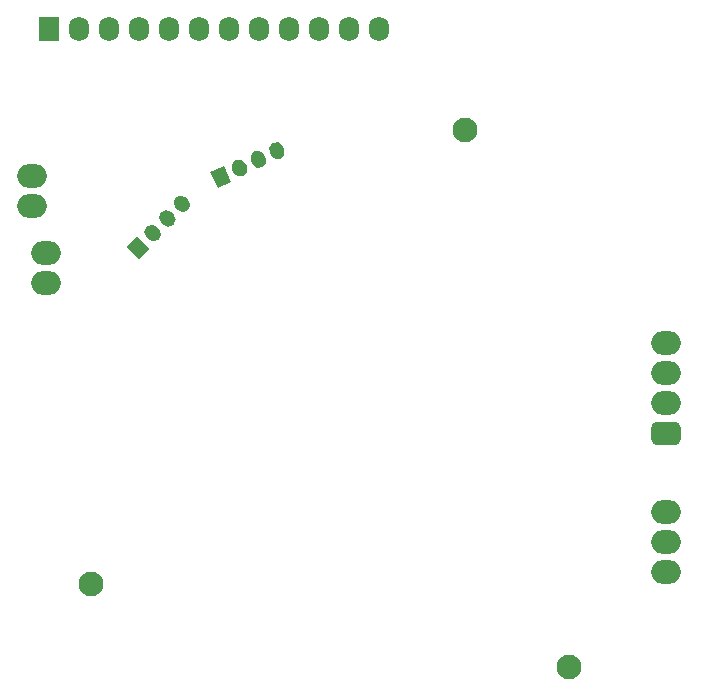
<source format=gbs>
G04 #@! TF.GenerationSoftware,KiCad,Pcbnew,5.1.10-88a1d61d58~88~ubuntu18.04.1*
G04 #@! TF.CreationDate,2024-08-03T23:10:31-04:00*
G04 #@! TF.ProjectId,238-capstan,3233382d-6361-4707-9374-616e2e6b6963,rev?*
G04 #@! TF.SameCoordinates,Original*
G04 #@! TF.FileFunction,Soldermask,Bot*
G04 #@! TF.FilePolarity,Negative*
%FSLAX46Y46*%
G04 Gerber Fmt 4.6, Leading zero omitted, Abs format (unit mm)*
G04 Created by KiCad (PCBNEW 5.1.10-88a1d61d58~88~ubuntu18.04.1) date 2024-08-03 23:10:31*
%MOMM*%
%LPD*%
G01*
G04 APERTURE LIST*
%ADD10O,2.500000X2.000000*%
%ADD11C,2.100000*%
%ADD12O,1.700000X2.100000*%
%ADD13R,1.700000X2.100000*%
%ADD14C,0.100000*%
G04 APERTURE END LIST*
D10*
X120000000Y-68960000D03*
X120000000Y-71500000D03*
X173700000Y-102430000D03*
X173700000Y-99890000D03*
X173700000Y-97350000D03*
X121200000Y-78000000D03*
X121200000Y-75460000D03*
X173700000Y-83100000D03*
X173700000Y-85640000D03*
X173700000Y-88180000D03*
G36*
G01*
X174950000Y-90220000D02*
X174950000Y-91220000D01*
G75*
G02*
X174450000Y-91720000I-500000J0D01*
G01*
X172950000Y-91720000D01*
G75*
G02*
X172450000Y-91220000I0J500000D01*
G01*
X172450000Y-90220000D01*
G75*
G02*
X172950000Y-89720000I500000J0D01*
G01*
X174450000Y-89720000D01*
G75*
G02*
X174950000Y-90220000I0J-500000D01*
G01*
G37*
D11*
X165500000Y-110500000D03*
X156700000Y-65000000D03*
X125000000Y-103500000D03*
D12*
X149440000Y-56500000D03*
X146900000Y-56500000D03*
X144360000Y-56500000D03*
X141820000Y-56500000D03*
X139280000Y-56500000D03*
X136740000Y-56500000D03*
X134200000Y-56500000D03*
X131660000Y-56500000D03*
X129120000Y-56500000D03*
X126580000Y-56500000D03*
X124040000Y-56500000D03*
D13*
X121500000Y-56500000D03*
G36*
G01*
X133242641Y-71818019D02*
X133242641Y-71818019D01*
G75*
G02*
X132358757Y-71818019I-441942J441942D01*
G01*
X132181981Y-71641243D01*
G75*
G02*
X132181981Y-70757359I441942J441942D01*
G01*
X132181981Y-70757359D01*
G75*
G02*
X133065865Y-70757359I441942J-441942D01*
G01*
X133242641Y-70934135D01*
G75*
G02*
X133242641Y-71818019I-441942J-441942D01*
G01*
G37*
G36*
G01*
X132005204Y-73055456D02*
X132005204Y-73055456D01*
G75*
G02*
X131121320Y-73055456I-441942J441942D01*
G01*
X130944544Y-72878680D01*
G75*
G02*
X130944544Y-71994796I441942J441942D01*
G01*
X130944544Y-71994796D01*
G75*
G02*
X131828428Y-71994796I441942J-441942D01*
G01*
X132005204Y-72171572D01*
G75*
G02*
X132005204Y-73055456I-441942J-441942D01*
G01*
G37*
G36*
G01*
X130767767Y-74292893D02*
X130767767Y-74292893D01*
G75*
G02*
X129883883Y-74292893I-441942J441942D01*
G01*
X129707107Y-74116117D01*
G75*
G02*
X129707107Y-73232233I441942J441942D01*
G01*
X129707107Y-73232233D01*
G75*
G02*
X130590991Y-73232233I441942J-441942D01*
G01*
X130767767Y-73409009D01*
G75*
G02*
X130767767Y-74292893I-441942J-441942D01*
G01*
G37*
D14*
G36*
X129972272Y-75088388D02*
G01*
X129088388Y-75972272D01*
X128027728Y-74911612D01*
X128911612Y-74027728D01*
X129972272Y-75088388D01*
G37*
G36*
G01*
X141075079Y-67460984D02*
X141075079Y-67460984D01*
G75*
G02*
X140244501Y-67158678I-264136J566442D01*
G01*
X140138847Y-66932102D01*
G75*
G02*
X140441153Y-66101524I566442J264136D01*
G01*
X140441153Y-66101524D01*
G75*
G02*
X141271731Y-66403830I264136J-566442D01*
G01*
X141377385Y-66630406D01*
G75*
G02*
X141075079Y-67460984I-566442J-264136D01*
G01*
G37*
G36*
G01*
X139489040Y-68200566D02*
X139489040Y-68200566D01*
G75*
G02*
X138658462Y-67898260I-264136J566442D01*
G01*
X138552808Y-67671684D01*
G75*
G02*
X138855114Y-66841106I566442J264136D01*
G01*
X138855114Y-66841106D01*
G75*
G02*
X139685692Y-67143412I264136J-566442D01*
G01*
X139791346Y-67369988D01*
G75*
G02*
X139489040Y-68200566I-566442J-264136D01*
G01*
G37*
G36*
G01*
X137903002Y-68940148D02*
X137903002Y-68940148D01*
G75*
G02*
X137072424Y-68637842I-264136J566442D01*
G01*
X136966770Y-68411266D01*
G75*
G02*
X137269076Y-67580688I566442J264136D01*
G01*
X137269076Y-67580688D01*
G75*
G02*
X138099654Y-67882994I264136J-566442D01*
G01*
X138205308Y-68109570D01*
G75*
G02*
X137903002Y-68940148I-566442J-264136D01*
G01*
G37*
G36*
X136883406Y-69415594D02*
G01*
X135750521Y-69943867D01*
X135116594Y-68584406D01*
X136249479Y-68056133D01*
X136883406Y-69415594D01*
G37*
M02*

</source>
